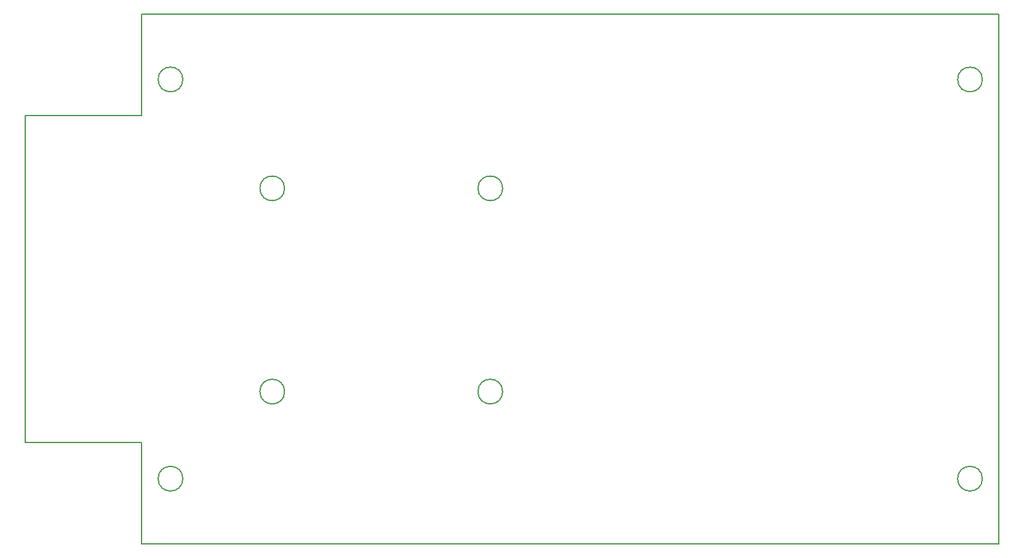
<source format=gbr>
G04 #@! TF.FileFunction,Profile,NP*
%FSLAX46Y46*%
G04 Gerber Fmt 4.6, Leading zero omitted, Abs format (unit mm)*
G04 Created by KiCad (PCBNEW 4.0.2-stable) date 27/06/2016 23:08:48*
%MOMM*%
G01*
G04 APERTURE LIST*
%ADD10C,0.100000*%
%ADD11C,0.200000*%
G04 APERTURE END LIST*
D10*
D11*
X160700000Y-110000000D02*
G75*
G03X160700000Y-110000000I-1700000J0D01*
G01*
X130700000Y-110000000D02*
G75*
G03X130700000Y-110000000I-1700000J0D01*
G01*
X160700000Y-82000000D02*
G75*
G03X160700000Y-82000000I-1700000J0D01*
G01*
X130700000Y-82000000D02*
G75*
G03X130700000Y-82000000I-1700000J0D01*
G01*
X226700000Y-67000000D02*
G75*
G03X226700000Y-67000000I-1700000J0D01*
G01*
X116700000Y-122000000D02*
G75*
G03X116700000Y-122000000I-1700000J0D01*
G01*
X226700000Y-122000000D02*
G75*
G03X226700000Y-122000000I-1700000J0D01*
G01*
X116700000Y-67000000D02*
G75*
G03X116700000Y-67000000I-1700000J0D01*
G01*
X229000000Y-58000000D02*
X111000000Y-58000000D01*
X229000000Y-131000000D02*
X229000000Y-58000000D01*
X111000000Y-131000000D02*
X229000000Y-131000000D01*
X111000000Y-117000000D02*
X111000000Y-131000000D01*
X95000000Y-117000000D02*
X111000000Y-117000000D01*
X95000000Y-72000000D02*
X95000000Y-117000000D01*
X111000000Y-72000000D02*
X95000000Y-72000000D01*
X111000000Y-58000000D02*
X111000000Y-72000000D01*
M02*

</source>
